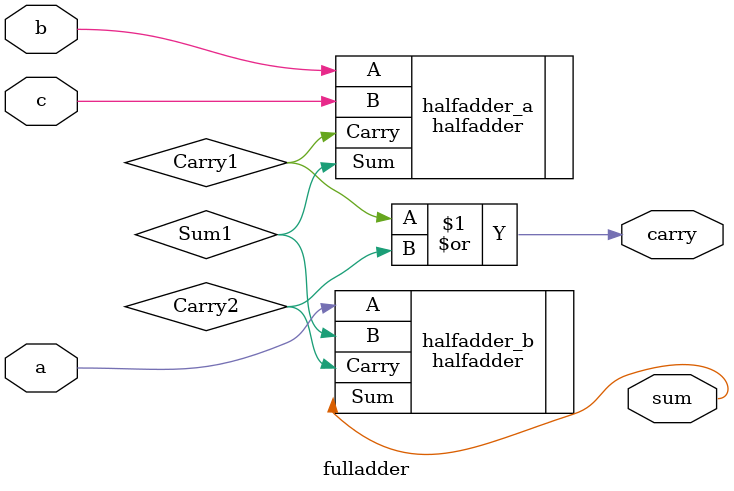
<source format=v>
`timescale 1ns / 1ps


module fulladder(
    input a,
    input b,
    input c,
    output sum,
    output carry
    );
    wire Sum1;
    wire Carry1;
    wire Carry2;
    halfadder halfadder_a (
        .A (b),
        .B (c),
        .Sum (Sum1),
        .Carry (Carry1)
    );
    
    halfadder halfadder_b (
        .A (a),
        .B (Sum1),
        .Sum (sum),
        .Carry (Carry2)
    );
    
    or(carry, Carry1, Carry2);
endmodule

</source>
